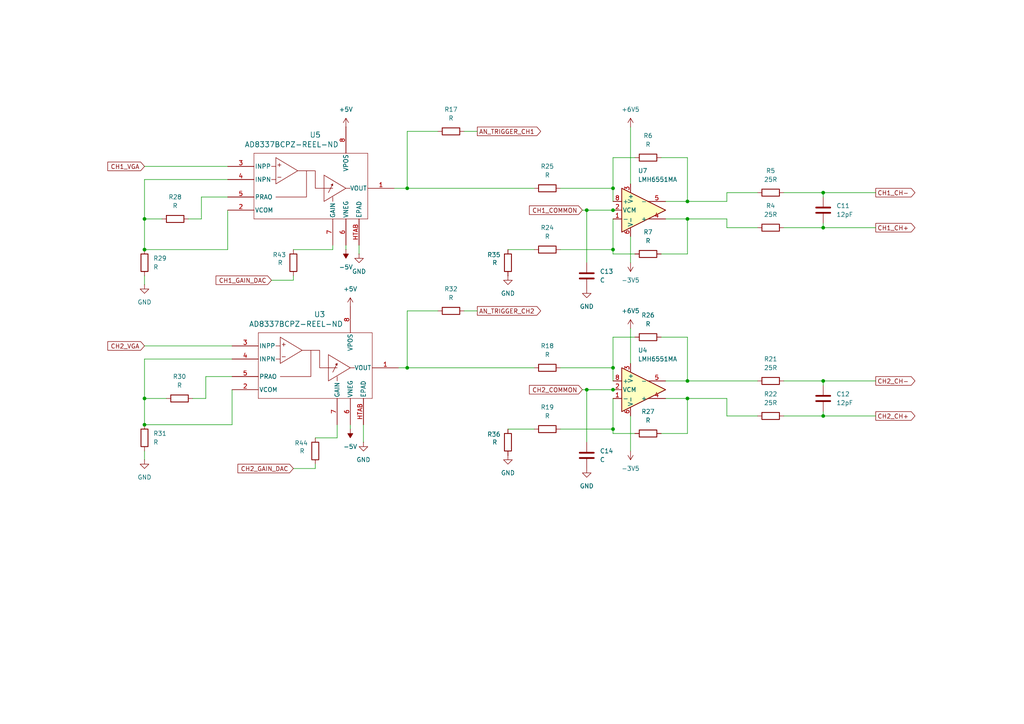
<source format=kicad_sch>
(kicad_sch (version 20250114) (generator "eeschema") (generator_version "9.0")
  (paper "A4")
  (lib_symbols
    (symbol "+2v5:+6V5" (power) (pin_names (offset 0))
      (property "Value" "+6V5" (at 0 3.556 0))
      (symbol "+6V5_0_1"
        (polyline (pts (xy -0.762 1.27) (xy 0 2.54)))
        (polyline (pts (xy 0 2.54) (xy 0.762 1.27)))
        (polyline (pts (xy 0 0) (xy 0 2.54)))
      )
      (symbol "+6V5_1_1"
        (pin power_in line (at 0 0 90) (length 0) (hide yes) (name "+2V5") (number "1"))
      )
    )
    (symbol "+2v5:-3V5" (power) (pin_names (offset 0))
      (property "Value" "-3V5" (at 0 3.556 0))
      (symbol "-3V5_0_1"
        (polyline (pts (xy -0.762 1.27) (xy 0 2.54)))
        (polyline (pts (xy 0 2.54) (xy 0.762 1.27)))
        (polyline (pts (xy 0 0) (xy 0 2.54)))
      )
      (symbol "-3V5_1_1"
        (pin power_in line (at 0 0 90) (length 0) (hide yes) (name "+2V5") (number "1"))
      )
    )
    (symbol "AD8337BCPZ-REEL-ND_1" (pin_names (offset 0.254))
      (property "Reference" "U5" (at 0 15.494 0))
      (property "Value" "AD8337BCPZ-REEL-ND" (at -6.858 12.7 0))
      (symbol "AD8337BCPZ-REEL-ND_1_0_1"
        (polyline (pts (xy -17.78 10.16) (xy -17.78 -8.89)) (stroke (width 0.127)))
        (polyline (pts (xy -17.78 -8.89) (xy 15.24 -8.89)) (stroke (width 0.127)))
        (polyline (pts (xy 15.24 10.16) (xy -17.78 10.16)) (stroke (width 0.127)))
        (polyline (pts (xy 15.24 -8.89) (xy 15.24 10.16)) (stroke (width 0.127)))
        (pin input line (at -25.4 6.35 0) (length 7.62) (name "INPP") (number "3"))
        (pin input line (at -25.4 2.54 0) (length 7.62) (name "INPN") (number "4"))
        (pin output line (at -25.4 -2.54 0) (length 7.62) (name "PRAO") (number "5"))
        (pin power_in line (at -25.4 -6.35 0) (length 7.62) (name "VCOM") (number "2"))
        (pin input line (at 5.08 -16.51 90) (length 7.62) (name "GAIN") (number "7"))
        (pin power_in line (at 8.89 17.78 270) (length 7.62) (name "VPOS") (number "8"))
        (pin power_in line (at 8.89 -16.51 90) (length 7.62) (name "VNEG") (number "6"))
        (pin unspecified line (at 12.7 -16.51 90) (length 7.62) (name "EPAD") (number "HTAB"))
        (pin output line (at 22.86 0 180) (length 7.62) (name "VOUT") (number "1"))
      )
      (symbol "AD8337BCPZ-REEL-ND_1_1_1"
        (polyline (pts (xy -17.78 -2.54) (xy -17.78 -2.54)))
        (polyline (pts (xy -11.43 8.89) (xy -11.43 1.27) (xy -5.08 5.08) (xy -11.43 8.89)))
        (polyline (pts (xy -11.43 6.35) (xy -12.7 6.35)))
        (polyline (pts (xy -11.43 2.54) (xy -12.7 2.54)))
        (polyline (pts (xy -2.54 5.08) (xy -2.54 -2.54) (xy -11.43 -2.54)))
        (polyline (pts (xy 2.54 3.81) (xy 2.54 -3.81) (xy 8.89 0) (xy 2.54 3.81)))
        (polyline (pts (xy 3.81 -1.27) (xy 5.08 1.27)))
        (polyline (pts (xy 5.08 0.762) (xy 5.08 1.27) (xy 4.572 1.016) (xy 5.08 0.762)) (fill (type color)))
        (polyline (pts (xy 5.08 0) (xy 0 0) (xy 0 5.08) (xy -5.08 5.08)))
        (polyline (pts (xy 5.08 -2.54) (xy 5.08 -3.81)))
        (polyline (pts (xy 10.16 0) (xy 8.89 0)))
        (text "+" (at -10.414 6.858 0) (effects (font (size 1.27 1.27))))
        (text "-" (at -10.414 3.302 0) (effects (font (size 1.27 1.27))))
      )
    )
    (symbol "Amplifier_Operational:LMH6551MA" (pin_names (offset 0.254))
      (property "Reference" "U" (at 3.81 6.35 0))
      (property "Value" "LMH6551MA" (at 3.81 -5.08 0))
      (symbol "LMH6551MA_0_1"
        (circle (center 2.54 2.54) (radius 0.0001))
        (polyline (pts (xy 7.62 0) (xy -5.08 6.35) (xy -5.08 -6.35) (xy 7.62 0)) (stroke (width 0.254)) (fill (type background)))
      )
      (symbol "LMH6551MA_1_1"
        (pin input line (at -7.62 2.54 0) (length 2.54) (name "+") (number "8"))
        (pin input line (at -7.62 0 0) (length 2.54) (name "VCM") (number "2"))
        (pin input line (at -7.62 -2.54 0) (length 2.54) (name "-") (number "1"))
        (pin power_in line (at -2.54 7.62 270) (length 2.54) (name "V+") (number "3"))
        (pin power_in line (at -2.54 -7.62 90) (length 2.54) (name "V-") (number "6"))
        (pin no_connect line (at 5.08 0 180) (length 2.54) (hide yes) (name "NC") (number "7"))
        (pin output line (at 7.62 2.54 180) (length 5.08) (name "-") (number "5"))
        (pin output line (at 7.62 -2.54 180) (length 5.08) (name "+") (number "4"))
      )
    )
    (symbol "Device:C" (pin_numbers (hide yes)) (pin_names (offset 0.254))
      (property "Reference" "C" (at 0.635 2.54 0))
      (property "Value" "C" (at 0.635 -2.54 0))
      (symbol "C_0_1"
        (polyline (pts (xy -2.032 0.762) (xy 2.032 0.762)) (stroke (width 0.508)))
        (polyline (pts (xy -2.032 -0.762) (xy 2.032 -0.762)) (stroke (width 0.508)))
      )
      (symbol "C_1_1"
        (pin passive line (at 0 3.81 270) (length 2.794) (name "~") (number "1"))
        (pin passive line (at 0 -3.81 90) (length 2.794) (name "~") (number "2"))
      )
    )
    (symbol "Device:R" (pin_numbers (hide yes)) (pin_names (offset 0))
      (property "Reference" "R" (at 2.032 0 90))
      (property "Value" "R" (at 0 0 90))
      (symbol "R_0_1"
        (rectangle (start -1.016 -2.54) (end 1.016 2.54) (stroke (width 0.254)))
      )
      (symbol "R_1_1"
        (pin passive line (at 0 3.81 270) (length 1.27) (name "~") (number "1"))
        (pin passive line (at 0 -3.81 90) (length 1.27) (name "~") (number "2"))
      )
    )
    (symbol "power:+5V" (power) (pin_numbers (hide yes)) (pin_names (offset 0) (hide yes))
      (property "Value" "+5V" (at 0 3.556 0))
      (symbol "+5V_0_1"
        (polyline (pts (xy -0.762 1.27) (xy 0 2.54)))
        (polyline (pts (xy 0 2.54) (xy 0.762 1.27)))
        (polyline (pts (xy 0 0) (xy 0 2.54)))
      )
      (symbol "+5V_1_1"
        (pin power_in line (at 0 0 90) (length 0) (name "~") (number "1"))
      )
    )
    (symbol "power:-5V" (power) (pin_numbers (hide yes)) (pin_names (offset 0) (hide yes))
      (property "Value" "-5V" (at 0 3.556 0))
      (symbol "-5V_0_0"
        (pin power_in line (at 0 0 90) (length 0) (name "~") (number "1"))
      )
      (symbol "-5V_0_1"
        (polyline (pts (xy 0 0) (xy 0 1.27) (xy 0.762 1.27) (xy 0 2.54) (xy -0.762 1.27) (xy 0 1.27)) (fill (type outline)))
      )
    )
    (symbol "power:GND" (power) (pin_numbers (hide yes)) (pin_names (offset 0) (hide yes))
      (property "Value" "GND" (at 0 -3.81 0))
      (symbol "GND_0_1"
        (polyline (pts (xy 0 0) (xy 0 -1.27) (xy 1.27 -1.27) (xy 0 -2.54) (xy -1.27 -1.27) (xy 0 -1.27)))
      )
      (symbol "GND_1_1"
        (pin power_in line (at 0 0 270) (length 0) (name "~") (number "1"))
      )
    )
  )
  (junction (at 170.18 60.96))
  (junction (at 41.91 115.57))
  (junction (at 118.11 106.68))
  (junction (at 41.91 72.39))
  (junction (at 238.76 120.65))
  (junction (at 118.11 54.61))
  (junction (at 177.8 124.46))
  (junction (at 177.8 106.68))
  (junction (at 41.91 123.19))
  (junction (at 177.8 54.61))
  (junction (at 177.8 72.39))
  (junction (at 177.8 113.03))
  (junction (at 199.39 58.42))
  (junction (at 199.39 63.5))
  (junction (at 238.76 110.49))
  (junction (at 199.39 115.57))
  (junction (at 238.76 55.88))
  (junction (at 41.91 63.5))
  (junction (at 238.76 66.04))
  (junction (at 177.8 60.96))
  (junction (at 199.39 110.49))
  (junction (at 170.18 113.03))
  (wire (pts (xy 210.82 115.57) (xy 210.82 120.65)))
  (wire (pts (xy 191.77 97.79) (xy 199.39 97.79)))
  (wire (pts (xy 115.57 106.68) (xy 118.11 106.68)))
  (wire (pts (xy 170.18 60.96) (xy 170.18 76.2)))
  (wire (pts (xy 118.11 106.68) (xy 154.94 106.68)))
  (wire (pts (xy 182.88 36.83) (xy 182.88 53.34)))
  (wire (pts (xy 41.91 100.33) (xy 67.31 100.33)))
  (wire (pts (xy 168.91 113.03) (xy 170.18 113.03)))
  (wire (pts (xy 199.39 58.42) (xy 210.82 58.42)))
  (wire (pts (xy 105.41 123.19) (xy 105.41 128.27)))
  (wire (pts (xy 170.18 113.03) (xy 170.18 128.27)))
  (wire (pts (xy 191.77 45.72) (xy 199.39 45.72)))
  (wire (pts (xy 168.91 60.96) (xy 170.18 60.96)))
  (wire (pts (xy 182.88 68.58) (xy 182.88 76.2)))
  (wire (pts (xy 238.76 66.04) (xy 238.76 64.77)))
  (wire (pts (xy 48.26 115.57) (xy 41.91 115.57)))
  (wire (pts (xy 118.11 54.61) (xy 154.94 54.61)))
  (wire (pts (xy 41.91 104.14) (xy 41.91 115.57)))
  (wire (pts (xy 182.88 120.65) (xy 182.88 130.81)))
  (wire (pts (xy 238.76 55.88) (xy 254 55.88)))
  (wire (pts (xy 177.8 72.39) (xy 177.8 73.66)))
  (wire (pts (xy 134.62 90.17) (xy 138.43 90.17)))
  (wire (pts (xy 210.82 55.88) (xy 219.71 55.88)))
  (wire (pts (xy 238.76 110.49) (xy 238.76 111.76)))
  (wire (pts (xy 199.39 63.5) (xy 199.39 73.66)))
  (wire (pts (xy 199.39 97.79) (xy 199.39 110.49)))
  (wire (pts (xy 67.31 123.19) (xy 41.91 123.19)))
  (wire (pts (xy 199.39 115.57) (xy 210.82 115.57)))
  (wire (pts (xy 100.33 71.12) (xy 100.33 72.39)))
  (wire (pts (xy 177.8 54.61) (xy 177.8 45.72)))
  (wire (pts (xy 177.8 113.03) (xy 179.07 113.03)))
  (wire (pts (xy 127 38.1) (xy 118.11 38.1)))
  (wire (pts (xy 66.04 52.07) (xy 41.91 52.07)))
  (wire (pts (xy 41.91 63.5) (xy 41.91 72.39)))
  (wire (pts (xy 162.56 54.61) (xy 177.8 54.61)))
  (wire (pts (xy 66.04 72.39) (xy 41.91 72.39)))
  (wire (pts (xy 177.8 63.5) (xy 177.8 72.39)))
  (wire (pts (xy 227.33 66.04) (xy 238.76 66.04)))
  (wire (pts (xy 67.31 104.14) (xy 41.91 104.14)))
  (wire (pts (xy 91.44 134.62) (xy 91.44 135.89)))
  (wire (pts (xy 238.76 110.49) (xy 254 110.49)))
  (wire (pts (xy 238.76 55.88) (xy 227.33 55.88)))
  (wire (pts (xy 177.8 60.96) (xy 170.18 60.96)))
  (wire (pts (xy 193.04 115.57) (xy 199.39 115.57)))
  (wire (pts (xy 41.91 48.26) (xy 66.04 48.26)))
  (wire (pts (xy 199.39 115.57) (xy 199.39 125.73)))
  (wire (pts (xy 177.8 45.72) (xy 184.15 45.72)))
  (wire (pts (xy 177.8 124.46) (xy 177.8 125.73)))
  (wire (pts (xy 41.91 52.07) (xy 41.91 63.5)))
  (wire (pts (xy 97.79 123.19) (xy 97.79 127)))
  (wire (pts (xy 193.04 58.42) (xy 199.39 58.42)))
  (wire (pts (xy 210.82 120.65) (xy 219.71 120.65)))
  (wire (pts (xy 91.44 135.89) (xy 85.09 135.89)))
  (wire (pts (xy 199.39 45.72) (xy 199.39 58.42)))
  (wire (pts (xy 193.04 63.5) (xy 199.39 63.5)))
  (wire (pts (xy 147.32 124.46) (xy 154.94 124.46)))
  (wire (pts (xy 238.76 120.65) (xy 238.76 119.38)))
  (wire (pts (xy 184.15 125.73) (xy 177.8 125.73)))
  (wire (pts (xy 210.82 66.04) (xy 210.82 63.5)))
  (wire (pts (xy 238.76 66.04) (xy 254 66.04)))
  (wire (pts (xy 54.61 63.5) (xy 58.42 63.5)))
  (wire (pts (xy 177.8 97.79) (xy 184.15 97.79)))
  (wire (pts (xy 227.33 120.65) (xy 238.76 120.65)))
  (wire (pts (xy 182.88 95.25) (xy 182.88 105.41)))
  (wire (pts (xy 41.91 115.57) (xy 41.91 123.19)))
  (wire (pts (xy 134.62 38.1) (xy 138.43 38.1)))
  (wire (pts (xy 184.15 73.66) (xy 177.8 73.66)))
  (wire (pts (xy 85.09 80.01) (xy 85.09 81.28)))
  (wire (pts (xy 147.32 72.39) (xy 154.94 72.39)))
  (wire (pts (xy 55.88 115.57) (xy 59.69 115.57)))
  (wire (pts (xy 177.8 113.03) (xy 170.18 113.03)))
  (wire (pts (xy 67.31 113.03) (xy 67.31 123.19)))
  (wire (pts (xy 104.14 71.12) (xy 104.14 73.66)))
  (wire (pts (xy 118.11 38.1) (xy 118.11 54.61)))
  (wire (pts (xy 177.8 106.68) (xy 177.8 97.79)))
  (wire (pts (xy 118.11 90.17) (xy 118.11 106.68)))
  (wire (pts (xy 177.8 60.96) (xy 179.07 60.96)))
  (wire (pts (xy 58.42 57.15) (xy 66.04 57.15)))
  (wire (pts (xy 59.69 109.22) (xy 67.31 109.22)))
  (wire (pts (xy 199.39 73.66) (xy 191.77 73.66)))
  (wire (pts (xy 85.09 72.39) (xy 96.52 72.39)))
  (wire (pts (xy 162.56 106.68) (xy 177.8 106.68)))
  (wire (pts (xy 210.82 66.04) (xy 219.71 66.04)))
  (wire (pts (xy 193.04 110.49) (xy 199.39 110.49)))
  (wire (pts (xy 41.91 133.35) (xy 41.91 130.81)))
  (wire (pts (xy 58.42 63.5) (xy 58.42 57.15)))
  (wire (pts (xy 177.8 58.42) (xy 177.8 54.61)))
  (wire (pts (xy 199.39 110.49) (xy 219.71 110.49)))
  (wire (pts (xy 101.6 123.19) (xy 101.6 124.46)))
  (wire (pts (xy 238.76 120.65) (xy 254 120.65)))
  (wire (pts (xy 46.99 63.5) (xy 41.91 63.5)))
  (wire (pts (xy 199.39 125.73) (xy 191.77 125.73)))
  (wire (pts (xy 59.69 115.57) (xy 59.69 109.22)))
  (wire (pts (xy 91.44 127) (xy 97.79 127)))
  (wire (pts (xy 162.56 72.39) (xy 177.8 72.39)))
  (wire (pts (xy 114.3 54.61) (xy 118.11 54.61)))
  (wire (pts (xy 238.76 55.88) (xy 238.76 57.15)))
  (wire (pts (xy 127 90.17) (xy 118.11 90.17)))
  (wire (pts (xy 238.76 110.49) (xy 227.33 110.49)))
  (wire (pts (xy 96.52 72.39) (xy 96.52 71.12)))
  (wire (pts (xy 66.04 60.96) (xy 66.04 72.39)))
  (wire (pts (xy 210.82 58.42) (xy 210.82 55.88)))
  (wire (pts (xy 41.91 82.55) (xy 41.91 80.01)))
  (wire (pts (xy 177.8 115.57) (xy 177.8 124.46)))
  (wire (pts (xy 199.39 63.5) (xy 210.82 63.5)))
  (wire (pts (xy 177.8 110.49) (xy 177.8 106.68)))
  (wire (pts (xy 162.56 124.46) (xy 177.8 124.46)))
  (wire (pts (xy 85.09 81.28) (xy 78.74 81.28)))
  (global_label "CH1_CH-" (shape output) (at 254 55.88 0) (property "Intersheetrefs" "${INTERSHEET_REFS}" (effects (hide yes))))
  (global_label "CH1_CH+" (shape output) (at 254 66.04 0) (property "Intersheetrefs" "${INTERSHEET_REFS}" (effects (hide yes))))
  (global_label "CH2_COMMON" (shape input) (at 168.91 113.03 180) (property "Intersheetrefs" "${INTERSHEET_REFS}" (effects (hide yes))))
  (global_label "AN_TRIGGER_CH1" (shape output) (at 138.43 38.1 0) (property "Intersheetrefs" "${INTERSHEET_REFS}" (effects (hide yes))))
  (global_label "CH2_GAIN_DAC" (shape input) (at 85.09 135.89 180) (property "Intersheetrefs" "${INTERSHEET_REFS}" (effects (hide yes))))
  (global_label "CH1_GAIN_DAC" (shape input) (at 78.74 81.28 180) (property "Intersheetrefs" "${INTERSHEET_REFS}" (effects (hide yes))))
  (global_label "CH1_VGA" (shape input) (at 41.91 48.26 180) (property "Intersheetrefs" "${INTERSHEET_REFS}" (effects (hide yes))))
  (global_label "CH2_VGA" (shape input) (at 41.91 100.33 180) (property "Intersheetrefs" "${INTERSHEET_REFS}" (effects (hide yes))))
  (global_label "AN_TRIGGER_CH2" (shape output) (at 138.43 90.17 0) (property "Intersheetrefs" "${INTERSHEET_REFS}" (effects (hide yes))))
  (global_label "CH1_COMMON" (shape input) (at 168.91 60.96 180) (property "Intersheetrefs" "${INTERSHEET_REFS}" (effects (hide yes))))
  (global_label "CH2_CH-" (shape output) (at 254 110.49 0) (property "Intersheetrefs" "${INTERSHEET_REFS}" (effects (hide yes))))
  (global_label "CH2_CH+" (shape output) (at 254 120.65 0) (property "Intersheetrefs" "${INTERSHEET_REFS}" (effects (hide yes))))
  (symbol (lib_name "AD8337BCPZ-REEL-ND_1") (lib_id "2025-07-13_23-24-37:AD8337BCPZ-REEL-ND") (at 91.44 54.61 0) (unit 1)
    (property "Reference" "U5" (at 91.44 39.116 0) (effects (font (size 1.524 1.524))))
    (property "Value" "AD8337BCPZ-REEL-ND" (at 84.582 41.91 0) (effects (font (size 1.524 1.524))))
    (property "Footprint" "CP_8_2_ADI" (effects (hide yes)))
    (property "Datasheet" "AD8337BCPZ-REEL-ND" (effects (hide yes)))
  )
  (symbol (lib_id "Device:R") (at 187.96 125.73 270) (mirror x) (unit 1)
    (property "Reference" "R27" (at 187.96 119.38 90))
    (property "Value" "R" (at 187.96 121.92 90))
    (property "Description" "Resistor" (effects (hide yes)))
  )
  (symbol (lib_id "power:+5V") (at 101.6 88.9 0) (unit 1)
    (property "Reference" "#PWR020" (effects (hide yes)))
    (property "Value" "+5V" (at 101.6 83.82 0))
    (property "Description" "Power symbol creates a global label with name \"+5V\"" (effects (hide yes)))
  )
  (symbol (lib_id "power:GND") (at 170.18 135.89 0) (unit 1)
    (property "Reference" "#PWR08" (effects (hide yes)))
    (property "Value" "GND" (at 170.18 140.97 0))
    (property "Description" "Power symbol creates a global label with name \"GND\" , ground" (effects (hide yes)))
  )
  (symbol (lib_id "Device:R") (at 158.75 124.46 270) (mirror x) (unit 1)
    (property "Reference" "R19" (at 158.75 118.11 90))
    (property "Value" "R" (at 158.75 120.65 90))
    (property "Description" "Resistor" (effects (hide yes)))
  )
  (symbol (lib_id "Device:C") (at 170.18 132.08 0) (unit 1)
    (property "Reference" "C14" (at 173.99 130.8099 0) (effects (justify left)))
    (property "Value" "C" (at 173.99 133.3499 0) (effects (justify left)))
    (property "Description" "Unpolarized capacitor" (effects (hide yes)))
  )
  (symbol (lib_id "Device:R") (at 223.52 55.88 270) (mirror x) (unit 1)
    (property "Reference" "R5" (at 223.52 49.53 90))
    (property "Value" "25R" (at 223.52 52.07 90))
    (property "Footprint" "Resistor_SMD:R_0402_1005Metric_Pad0.72x0.64mm_HandSolder" (effects (hide yes)))
    (property "Description" "Resistor" (effects (hide yes)))
  )
  (symbol (lib_id "Device:R") (at 85.09 76.2 0) (mirror y) (unit 1)
    (property "Reference" "R43" (at 81.026 73.914 0))
    (property "Value" "R" (at 81.28 76.2 0))
    (property "Description" "Resistor" (effects (hide yes)))
  )
  (symbol (lib_id "Device:R") (at 130.81 38.1 270) (mirror x) (unit 1)
    (property "Reference" "R17" (at 130.81 31.75 90))
    (property "Value" "R" (at 130.81 34.29 90))
    (property "Description" "Resistor" (effects (hide yes)))
  )
  (symbol (lib_id "power:GND") (at 105.41 128.27 0) (unit 1)
    (property "Reference" "#PWR012" (effects (hide yes)))
    (property "Value" "GND" (at 105.41 133.35 0))
    (property "Description" "Power symbol creates a global label with name \"GND\" , ground" (effects (hide yes)))
  )
  (symbol (lib_id "Device:R") (at 158.75 106.68 270) (mirror x) (unit 1)
    (property "Reference" "R18" (at 158.75 100.33 90))
    (property "Value" "R" (at 158.75 102.87 90))
    (property "Description" "Resistor" (effects (hide yes)))
  )
  (symbol (lib_id "Device:R") (at 91.44 130.81 0) (mirror y) (unit 1)
    (property "Reference" "R44" (at 87.376 128.524 0))
    (property "Value" "R" (at 87.63 130.81 0))
    (property "Description" "Resistor" (effects (hide yes)))
  )
  (symbol (lib_id "+2v5:-3V5") (at 182.88 130.81 180) (unit 1)
    (property "Reference" "#PWR022" (effects (hide yes)))
    (property "Value" "-3V5" (at 182.88 135.89 0))
    (property "Description" "Power symbol creates a global label with name \"-3v5\"" (effects (hide yes)))
  )
  (symbol (lib_id "power:GND") (at 41.91 133.35 0) (unit 1)
    (property "Reference" "#PWR09" (effects (hide yes)))
    (property "Value" "GND" (at 41.91 138.43 0))
    (property "Description" "Power symbol creates a global label with name \"GND\" , ground" (effects (hide yes)))
  )
  (symbol (lib_id "Device:C") (at 238.76 60.96 0) (unit 1)
    (property "Reference" "C11" (at 242.57 59.6899 0) (effects (justify left)))
    (property "Value" "12pF" (at 242.57 62.2299 0) (effects (justify left)))
    (property "Footprint" "Capacitor_SMD:C_0603_1608Metric_Pad1.08x0.95mm_HandSolder" (effects (hide yes)))
    (property "Description" "Unpolarized capacitor" (effects (hide yes)))
  )
  (symbol (lib_id "Device:C") (at 170.18 80.01 0) (unit 1)
    (property "Reference" "C13" (at 173.99 78.7399 0) (effects (justify left)))
    (property "Value" "C" (at 173.99 81.2799 0) (effects (justify left)))
    (property "Description" "Unpolarized capacitor" (effects (hide yes)))
  )
  (symbol (lib_id "power:GND") (at 147.32 132.08 0) (unit 1)
    (property "Reference" "#PWR037" (effects (hide yes)))
    (property "Value" "GND" (at 147.32 137.16 0))
    (property "Description" "Power symbol creates a global label with name \"GND\" , ground" (effects (hide yes)))
  )
  (symbol (lib_id "Device:R") (at 41.91 127 0) (unit 1)
    (property "Reference" "R31" (at 44.45 125.7299 0) (effects (justify left)))
    (property "Value" "R" (at 44.45 128.2699 0) (effects (justify left)))
    (property "Description" "Resistor" (effects (hide yes)))
  )
  (symbol (lib_id "Amplifier_Operational:LMH6551MA") (at 185.42 113.03 0) (unit 1)
    (property "Reference" "U4" (at 185.0233 101.6 0) (effects (justify left)))
    (property "Value" "LMH6551MA" (at 185.0233 104.14 0) (effects (justify left)))
    (property "Footprint" "Package_SO:SOIC-8_3.9x4.9mm_P1.27mm" (effects (hide yes)))
    (property "Datasheet" "http://www.ti.com/lit/ds/symlink/lmh6551.pdf" (effects (hide yes)))
    (property "Description" "Differential, High-Speed, Op Amp, SOIC-8" (effects (hide yes)))
  )
  (symbol (lib_id "Device:R") (at 130.81 90.17 270) (mirror x) (unit 1)
    (property "Reference" "R32" (at 130.81 83.82 90))
    (property "Value" "R" (at 130.81 86.36 90))
    (property "Description" "Resistor" (effects (hide yes)))
  )
  (symbol (lib_id "Device:R") (at 158.75 54.61 270) (mirror x) (unit 1)
    (property "Reference" "R25" (at 158.75 48.26 90))
    (property "Value" "R" (at 158.75 50.8 90))
    (property "Description" "Resistor" (effects (hide yes)))
  )
  (symbol (lib_id "Device:R") (at 187.96 45.72 270) (mirror x) (unit 1)
    (property "Reference" "R6" (at 187.96 39.37 90))
    (property "Value" "R" (at 187.96 41.91 90))
    (property "Description" "Resistor" (effects (hide yes)))
  )
  (symbol (lib_id "+2v5:+6V5") (at 182.88 36.83 0) (unit 1)
    (property "Reference" "#PWR024" (effects (hide yes)))
    (property "Value" "+6V5" (at 182.88 31.75 0))
    (property "Description" "Power symbol creates a global label with name \"+6V5\"" (effects (hide yes)))
  )
  (symbol (lib_id "Device:R") (at 158.75 72.39 270) (mirror x) (unit 1)
    (property "Reference" "R24" (at 158.75 66.04 90))
    (property "Value" "R" (at 158.75 68.58 90))
    (property "Description" "Resistor" (effects (hide yes)))
  )
  (symbol (lib_id "Device:R") (at 223.52 66.04 270) (mirror x) (unit 1)
    (property "Reference" "R4" (at 223.52 59.69 90))
    (property "Value" "25R" (at 223.52 62.23 90))
    (property "Footprint" "Resistor_SMD:R_0402_1005Metric_Pad0.72x0.64mm_HandSolder" (effects (hide yes)))
    (property "Description" "Resistor" (effects (hide yes)))
  )
  (symbol (lib_id "Device:R") (at 52.07 115.57 90) (unit 1)
    (property "Reference" "R30" (at 52.07 109.22 90))
    (property "Value" "R" (at 52.07 111.76 90))
    (property "Description" "Resistor" (effects (hide yes)))
  )
  (symbol (lib_id "Amplifier_Operational:LMH6551MA") (at 185.42 60.96 0) (unit 1)
    (property "Reference" "U7" (at 185.0233 49.53 0) (effects (justify left)))
    (property "Value" "LMH6551MA" (at 185.0233 52.07 0) (effects (justify left)))
    (property "Footprint" "Package_SO:SOIC-8_3.9x4.9mm_P1.27mm" (effects (hide yes)))
    (property "Datasheet" "http://www.ti.com/lit/ds/symlink/lmh6551.pdf" (effects (hide yes)))
    (property "Description" "Differential, High-Speed, Op Amp, SOIC-8" (effects (hide yes)))
  )
  (symbol (lib_id "power:+5V") (at 100.33 36.83 0) (unit 1)
    (property "Reference" "#PWR019" (effects (hide yes)))
    (property "Value" "+5V" (at 100.33 31.75 0))
    (property "Description" "Power symbol creates a global label with name \"+5V\"" (effects (hide yes)))
  )
  (symbol (lib_id "Device:R") (at 223.52 120.65 270) (mirror x) (unit 1)
    (property "Reference" "R22" (at 223.52 114.3 90))
    (property "Value" "25R" (at 223.52 116.84 90))
    (property "Footprint" "Resistor_SMD:R_0402_1005Metric_Pad0.72x0.64mm_HandSolder" (effects (hide yes)))
    (property "Description" "Resistor" (effects (hide yes)))
  )
  (symbol (lib_id "power:GND") (at 104.14 73.66 0) (unit 1)
    (property "Reference" "#PWR011" (effects (hide yes)))
    (property "Value" "GND" (at 104.14 78.74 0))
    (property "Description" "Power symbol creates a global label with name \"GND\" , ground" (effects (hide yes)))
  )
  (symbol (lib_id "power:GND") (at 147.32 80.01 0) (unit 1)
    (property "Reference" "#PWR036" (effects (hide yes)))
    (property "Value" "GND" (at 147.32 85.09 0))
    (property "Description" "Power symbol creates a global label with name \"GND\" , ground" (effects (hide yes)))
  )
  (symbol (lib_name "AD8337BCPZ-REEL-ND_1") (lib_id "2025-07-13_23-24-37:AD8337BCPZ-REEL-ND") (at 92.71 106.68 0) (unit 1)
    (property "Reference" "U3" (at 92.71 91.186 0) (effects (font (size 1.524 1.524))))
    (property "Value" "AD8337BCPZ-REEL-ND" (at 85.852 93.98 0) (effects (font (size 1.524 1.524))))
    (property "Footprint" "CP_8_2_ADI" (effects (hide yes)))
    (property "Datasheet" "AD8337BCPZ-REEL-ND" (effects (hide yes)))
  )
  (symbol (lib_id "+2v5:-3V5") (at 182.88 76.2 180) (unit 1)
    (property "Reference" "#PWR021" (effects (hide yes)))
    (property "Value" "-3V5" (at 182.88 81.28 0))
    (property "Description" "Power symbol creates a global label with name \"-3v5\"" (effects (hide yes)))
  )
  (symbol (lib_id "power:GND") (at 41.91 82.55 0) (unit 1)
    (property "Reference" "#PWR010" (effects (hide yes)))
    (property "Value" "GND" (at 41.91 87.63 0))
    (property "Description" "Power symbol creates a global label with name \"GND\" , ground" (effects (hide yes)))
  )
  (symbol (lib_id "Device:R") (at 50.8 63.5 90) (unit 1)
    (property "Reference" "R28" (at 50.8 57.15 90))
    (property "Value" "R" (at 50.8 59.69 90))
    (property "Description" "Resistor" (effects (hide yes)))
  )
  (symbol (lib_id "Device:R") (at 41.91 76.2 0) (unit 1)
    (property "Reference" "R29" (at 44.45 74.9299 0) (effects (justify left)))
    (property "Value" "R" (at 44.45 77.4699 0) (effects (justify left)))
    (property "Description" "Resistor" (effects (hide yes)))
  )
  (symbol (lib_id "Device:C") (at 238.76 115.57 0) (unit 1)
    (property "Reference" "C12" (at 242.57 114.2999 0) (effects (justify left)))
    (property "Value" "12pF" (at 242.57 116.8399 0) (effects (justify left)))
    (property "Footprint" "Capacitor_SMD:C_0603_1608Metric_Pad1.08x0.95mm_HandSolder" (effects (hide yes)))
    (property "Description" "Unpolarized capacitor" (effects (hide yes)))
  )
  (symbol (lib_id "power:-5V") (at 100.33 72.39 180) (unit 1)
    (property "Reference" "#PWR017" (effects (hide yes)))
    (property "Value" "-5V" (at 100.33 77.47 0))
    (property "Description" "Power symbol creates a global label with name \"-5V\"" (effects (hide yes)))
  )
  (symbol (lib_id "Device:R") (at 223.52 110.49 270) (mirror x) (unit 1)
    (property "Reference" "R21" (at 223.52 104.14 90))
    (property "Value" "25R" (at 223.52 106.68 90))
    (property "Footprint" "Resistor_SMD:R_0402_1005Metric_Pad0.72x0.64mm_HandSolder" (effects (hide yes)))
    (property "Description" "Resistor" (effects (hide yes)))
  )
  (symbol (lib_id "Device:R") (at 147.32 128.27 0) (mirror y) (unit 1)
    (property "Reference" "R36" (at 143.256 125.984 0))
    (property "Value" "R" (at 143.51 128.27 0))
    (property "Description" "Resistor" (effects (hide yes)))
  )
  (symbol (lib_id "Device:R") (at 187.96 73.66 270) (mirror x) (unit 1)
    (property "Reference" "R7" (at 187.96 67.31 90))
    (property "Value" "R" (at 187.96 69.85 90))
    (property "Description" "Resistor" (effects (hide yes)))
  )
  (symbol (lib_id "power:-5V") (at 101.6 124.46 180) (unit 1)
    (property "Reference" "#PWR018" (effects (hide yes)))
    (property "Value" "-5V" (at 101.6 129.54 0))
    (property "Description" "Power symbol creates a global label with name \"-5V\"" (effects (hide yes)))
  )
  (symbol (lib_id "+2v5:+6V5") (at 182.88 95.25 0) (unit 1)
    (property "Reference" "#PWR023" (effects (hide yes)))
    (property "Value" "+6V5" (at 182.88 90.17 0))
    (property "Description" "Power symbol creates a global label with name \"+6V5\"" (effects (hide yes)))
  )
  (symbol (lib_id "Device:R") (at 187.96 97.79 270) (mirror x) (unit 1)
    (property "Reference" "R26" (at 187.96 91.44 90))
    (property "Value" "R" (at 187.96 93.98 90))
    (property "Description" "Resistor" (effects (hide yes)))
  )
  (symbol (lib_id "power:GND") (at 170.18 83.82 0) (unit 1)
    (property "Reference" "#PWR07" (effects (hide yes)))
    (property "Value" "GND" (at 170.18 88.9 0))
    (property "Description" "Power symbol creates a global label with name \"GND\" , ground" (effects (hide yes)))
  )
  (symbol (lib_id "Device:R") (at 147.32 76.2 0) (mirror y) (unit 1)
    (property "Reference" "R35" (at 143.256 73.914 0))
    (property "Value" "R" (at 143.51 76.2 0))
    (property "Description" "Resistor" (effects (hide yes)))
  )
)
</source>
